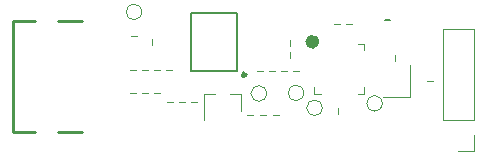
<source format=gbr>
%TF.GenerationSoftware,KiCad,Pcbnew,(7.0.0)*%
%TF.CreationDate,2023-09-28T18:00:51+08:00*%
%TF.ProjectId,PD_Fan,50445f46-616e-42e6-9b69-6361645f7063,rev?*%
%TF.SameCoordinates,Original*%
%TF.FileFunction,Legend,Top*%
%TF.FilePolarity,Positive*%
%FSLAX46Y46*%
G04 Gerber Fmt 4.6, Leading zero omitted, Abs format (unit mm)*
G04 Created by KiCad (PCBNEW (7.0.0)) date 2023-09-28 18:00:51*
%MOMM*%
%LPD*%
G01*
G04 APERTURE LIST*
%ADD10C,0.120000*%
%ADD11C,0.245000*%
%ADD12C,0.152400*%
%ADD13C,0.304800*%
%ADD14C,0.600000*%
G04 APERTURE END LIST*
D10*
%TO.C,C13*%
X22428000Y10597000D02*
X22428000Y10089000D01*
D11*
%TO.C,J2*%
X889000Y3822000D02*
X-1011000Y3822000D01*
X4789000Y3822000D02*
X2789000Y3822000D01*
X-1011000Y13222000D02*
X-1011000Y3822000D01*
X889000Y13222000D02*
X-1011000Y13222000D01*
X4789000Y13222000D02*
X2789000Y13222000D01*
D10*
%TO.C,C3*%
X14046000Y6383000D02*
X14554000Y6383000D01*
%TO.C,U1*%
X18293000Y7016000D02*
X17363000Y7016000D01*
X18293000Y7016000D02*
X18293000Y5556000D01*
X15133000Y7016000D02*
X16063000Y7016000D01*
X15133000Y7016000D02*
X15133000Y4856000D01*
%TO.C,C15*%
X34036000Y8144000D02*
X34544000Y8144000D01*
D12*
%TO.C,ANT1*%
X30883000Y13331000D02*
X30483000Y13331000D01*
D10*
%TO.C,J1*%
X38021200Y2242000D02*
X36691200Y2242000D01*
X38021200Y3572000D02*
X38021200Y2242000D01*
X38021200Y4842000D02*
X38021200Y12522000D01*
X38021200Y4842000D02*
X35361200Y4842000D01*
X38021200Y12522000D02*
X35361200Y12522000D01*
X35361200Y4842000D02*
X35361200Y12522000D01*
%TO.C,C8*%
X20965000Y5265300D02*
X21473000Y5265300D01*
%TO.C,R1*%
X12014000Y6383000D02*
X12522000Y6383000D01*
%TO.C,C5*%
X10922000Y9050000D02*
X11430000Y9050000D01*
%TO.C,R2*%
X26162000Y12970000D02*
X26670000Y12970000D01*
%TO.C,R5*%
X8890000Y9050000D02*
X9398000Y9050000D01*
%TO.C,C9*%
X19634000Y8946000D02*
X20142000Y8946000D01*
%TO.C,TP4*%
X25171000Y5858000D02*
G75*
G03*
X25171000Y5858000I-660000J0D01*
G01*
%TO.C,C6*%
X18780600Y5262900D02*
X19288600Y5262900D01*
%TO.C,D2*%
X9906000Y9050000D02*
X10414000Y9050000D01*
%TO.C,R9*%
X20650000Y8946000D02*
X21158000Y8946000D01*
%TO.C,R3*%
X13030000Y6383000D02*
X13538000Y6383000D01*
%TO.C,Y1*%
X30295000Y6811000D02*
X32595000Y6811000D01*
X32595000Y6811000D02*
X32595000Y9511000D01*
%TO.C,D1*%
X9906000Y7128000D02*
X10414000Y7128000D01*
%TO.C,TP3*%
X23596000Y7128000D02*
G75*
G03*
X23596000Y7128000I-660000J0D01*
G01*
%TO.C,C12*%
X23190000Y8946000D02*
X22682000Y8946000D01*
%TO.C,R6*%
X26515000Y5858000D02*
X26515000Y5350000D01*
%TO.C,TP5*%
X30251000Y6239000D02*
G75*
G03*
X30251000Y6239000I-660000J0D01*
G01*
%TO.C,C4*%
X10922000Y7145000D02*
X11430000Y7145000D01*
D12*
%TO.C,U2*%
X17952000Y8997000D02*
X17952000Y13897000D01*
X17952000Y8997000D02*
X14052000Y8997000D01*
X14052000Y8997000D02*
X14052000Y13897000D01*
X14052000Y13897000D02*
X17952000Y13897000D01*
D13*
X18694400Y8653000D02*
G75*
G03*
X18694400Y8653000I-152400J0D01*
G01*
D10*
%TO.C,R8*%
X11938000Y9050000D02*
X12446000Y9050000D01*
%TO.C,C7*%
X19872800Y5265300D02*
X20380800Y5265300D01*
%TO.C,C11*%
X31318000Y9812000D02*
X31318000Y10320000D01*
%TO.C,R4*%
X9398000Y7128000D02*
X8890000Y7128000D01*
%TO.C,TP2*%
X9880000Y13986000D02*
G75*
G03*
X9880000Y13986000I-660000J0D01*
G01*
%TO.C,C10*%
X22174000Y8946000D02*
X21666000Y8946000D01*
%TO.C,TP1*%
X20456600Y7075900D02*
G75*
G03*
X20456600Y7075900I-660000J0D01*
G01*
%TO.C,R7*%
X10744000Y11209000D02*
X10744000Y11717000D01*
%TO.C,C14*%
X22428000Y11613000D02*
X22428000Y11105000D01*
%TO.C,C2*%
X27686000Y12970000D02*
X27178000Y12970000D01*
%TO.C,C1*%
X9474000Y11948000D02*
X8966000Y11948000D01*
%TO.C,U3*%
X24509000Y7067000D02*
X24509000Y7617000D01*
X25059000Y7067000D02*
X24509000Y7067000D01*
X28179000Y11287000D02*
X28729000Y11287000D01*
X28179000Y7067000D02*
X28729000Y7067000D01*
X28729000Y11287000D02*
X28729000Y10737000D01*
X28729000Y7067000D02*
X28729000Y7617000D01*
D14*
X24633000Y11463000D02*
G75*
G03*
X24633000Y11463000I-300000J0D01*
G01*
%TD*%
M02*

</source>
